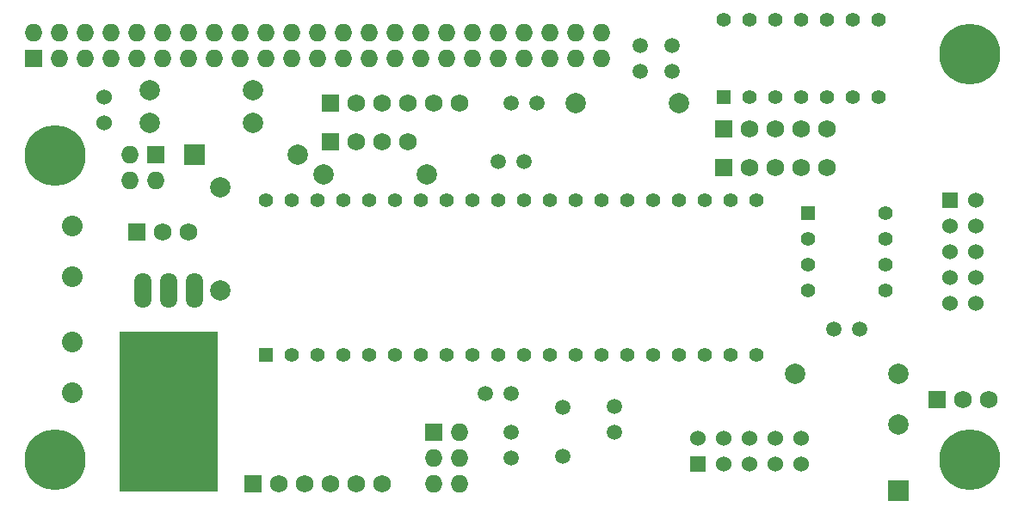
<source format=gts>
%FSLAX36Y36*%
G04 Gerber Fmt 3.6, Leading zero omitted, Abs format (unit inch)*
G04 Created by KiCad (PCBNEW (2014-jul-16 BZR unknown)-product) date Sun 05 Oct 2014 02:20:23 PM PDT*
%MOIN*%
G01*
G04 APERTURE LIST*
%ADD10C,0.003937*%
%ADD11C,0.059100*%
%ADD12C,0.078700*%
%ADD13R,0.078700X0.078700*%
%ADD14C,0.060000*%
%ADD15C,0.236220*%
%ADD16R,0.068000X0.068000*%
%ADD17C,0.068000*%
%ADD18O,0.068000X0.068000*%
%ADD19C,0.080000*%
%ADD20R,0.060000X0.060000*%
%ADD21O,0.066900X0.137800*%
%ADD22R,0.380000X0.620000*%
%ADD23R,0.055000X0.055000*%
%ADD24C,0.055000*%
G04 APERTURE END LIST*
D10*
D11*
X5900000Y-5700000D03*
X5900000Y-5600000D03*
X6300000Y-5500000D03*
X6300000Y-5600000D03*
X5950000Y-4550000D03*
X5850000Y-4550000D03*
X5800000Y-5450000D03*
X5900000Y-5450000D03*
X7250000Y-5200000D03*
X7150000Y-5200000D03*
X6000000Y-4325000D03*
X5900000Y-4325000D03*
X6525000Y-4100000D03*
X6525000Y-4200000D03*
X6400000Y-4200000D03*
X6400000Y-4100000D03*
D12*
X5075000Y-4525000D03*
D13*
X4675000Y-4525000D03*
D14*
X4325000Y-4400000D03*
X4325000Y-4300000D03*
D15*
X4133858Y-4527559D03*
X7677165Y-4133858D03*
X4133858Y-5708661D03*
X7677165Y-5708661D03*
D16*
X7550000Y-5475000D03*
D17*
X7650000Y-5475000D03*
X7750000Y-5475000D03*
D16*
X4525000Y-4525000D03*
D18*
X4525000Y-4625000D03*
X4425000Y-4525000D03*
X4425000Y-4625000D03*
D19*
X4200000Y-4998425D03*
X4200000Y-4801575D03*
X4200000Y-5448425D03*
X4200000Y-5251575D03*
D20*
X7600000Y-4700000D03*
D14*
X7700000Y-4700000D03*
X7600000Y-4800000D03*
X7700000Y-4800000D03*
X7600000Y-4900000D03*
X7700000Y-4900000D03*
X7600000Y-5000000D03*
X7700000Y-5000000D03*
X7600000Y-5100000D03*
X7700000Y-5100000D03*
D16*
X5200000Y-4325000D03*
D17*
X5300000Y-4325000D03*
X5400000Y-4325000D03*
X5500000Y-4325000D03*
X5600000Y-4325000D03*
X5700000Y-4325000D03*
D16*
X4900000Y-5800000D03*
D17*
X5000000Y-5800000D03*
X5100000Y-5800000D03*
X5200000Y-5800000D03*
X5300000Y-5800000D03*
X5400000Y-5800000D03*
D16*
X5600000Y-5600000D03*
D18*
X5700000Y-5600000D03*
X5600000Y-5700000D03*
X5700000Y-5700000D03*
X5600000Y-5800000D03*
X5700000Y-5800000D03*
D16*
X5200000Y-4475000D03*
D17*
X5300000Y-4475000D03*
X5400000Y-4475000D03*
X5500000Y-4475000D03*
D20*
X6625000Y-5725000D03*
D14*
X6625000Y-5625000D03*
X6725000Y-5725000D03*
X6725000Y-5625000D03*
X6825000Y-5725000D03*
X6825000Y-5625000D03*
X6925000Y-5725000D03*
X6925000Y-5625000D03*
X7025000Y-5725000D03*
X7025000Y-5625000D03*
D16*
X4050000Y-4150000D03*
D18*
X4050000Y-4050000D03*
X4150000Y-4150000D03*
X4150000Y-4050000D03*
X4250000Y-4150000D03*
X4250000Y-4050000D03*
X4350000Y-4150000D03*
X4350000Y-4050000D03*
X4450000Y-4150000D03*
X4450000Y-4050000D03*
X4550000Y-4150000D03*
X4550000Y-4050000D03*
X4650000Y-4150000D03*
X4650000Y-4050000D03*
X4750000Y-4150000D03*
X4750000Y-4050000D03*
X4850000Y-4150000D03*
X4850000Y-4050000D03*
X4950000Y-4150000D03*
X4950000Y-4050000D03*
X5050000Y-4150000D03*
X5050000Y-4050000D03*
X5150000Y-4150000D03*
X5150000Y-4050000D03*
X5250000Y-4150000D03*
X5250000Y-4050000D03*
X5350000Y-4150000D03*
X5350000Y-4050000D03*
X5450000Y-4150000D03*
X5450000Y-4050000D03*
X5550000Y-4150000D03*
X5550000Y-4050000D03*
X5650000Y-4150000D03*
X5650000Y-4050000D03*
X5750000Y-4150000D03*
X5750000Y-4050000D03*
X5850000Y-4150000D03*
X5850000Y-4050000D03*
X5950000Y-4150000D03*
X5950000Y-4050000D03*
X6050000Y-4150000D03*
X6050000Y-4050000D03*
X6150000Y-4150000D03*
X6150000Y-4050000D03*
X6250000Y-4150000D03*
X6250000Y-4050000D03*
D21*
X4575000Y-5050000D03*
X4675000Y-5050000D03*
X4475000Y-5050000D03*
D22*
X4575000Y-5520000D03*
D12*
X7000000Y-5375000D03*
X7400000Y-5375000D03*
X4775000Y-4650000D03*
X4775000Y-5050000D03*
X4500000Y-4275000D03*
X4900000Y-4275000D03*
X4500000Y-4400000D03*
X4900000Y-4400000D03*
D13*
X7400000Y-5828000D03*
D12*
X7400000Y-5572000D03*
D23*
X6725000Y-4300000D03*
D24*
X6825000Y-4300000D03*
X6925000Y-4300000D03*
X7025000Y-4300000D03*
X7125000Y-4300000D03*
X7225000Y-4300000D03*
X7325000Y-4300000D03*
X7325000Y-4000000D03*
X7225000Y-4000000D03*
X7125000Y-4000000D03*
X7025000Y-4000000D03*
X6925000Y-4000000D03*
X6825000Y-4000000D03*
X6725000Y-4000000D03*
D23*
X7050000Y-4750000D03*
D24*
X7050000Y-4850000D03*
X7050000Y-4950000D03*
X7050000Y-5050000D03*
X7350000Y-5050000D03*
X7350000Y-4950000D03*
X7350000Y-4850000D03*
X7350000Y-4750000D03*
D23*
X4950000Y-5300000D03*
D24*
X5050000Y-5300000D03*
X5150000Y-5300000D03*
X5250000Y-5300000D03*
X5350000Y-5300000D03*
X5450000Y-5300000D03*
X5550000Y-5300000D03*
X5650000Y-5300000D03*
X5750000Y-5300000D03*
X5850000Y-5300000D03*
X5950000Y-5300000D03*
X6050000Y-5300000D03*
X6150000Y-5300000D03*
X6250000Y-5300000D03*
X6350000Y-5300000D03*
X6450000Y-5300000D03*
X6550000Y-5300000D03*
X6650000Y-5300000D03*
X6750000Y-5300000D03*
X6850000Y-5300000D03*
X6850000Y-4700000D03*
X6750000Y-4700000D03*
X6650000Y-4700000D03*
X6550000Y-4700000D03*
X6450000Y-4700000D03*
X6350000Y-4700000D03*
X6250000Y-4700000D03*
X6150000Y-4700000D03*
X6050000Y-4700000D03*
X5950000Y-4700000D03*
X5850000Y-4700000D03*
X5750000Y-4700000D03*
X5650000Y-4700000D03*
X5550000Y-4700000D03*
X5450000Y-4700000D03*
X5350000Y-4700000D03*
X5250000Y-4700000D03*
X5150000Y-4700000D03*
X5050000Y-4700000D03*
X4950000Y-4700000D03*
D11*
X6100000Y-5696100D03*
X6100000Y-5503900D03*
D16*
X6725000Y-4425000D03*
D17*
X6825000Y-4425000D03*
X6925000Y-4425000D03*
X7025000Y-4425000D03*
X7125000Y-4425000D03*
D12*
X5575000Y-4600000D03*
X5175000Y-4600000D03*
X6150000Y-4325000D03*
X6550000Y-4325000D03*
D16*
X6725000Y-4575000D03*
D17*
X6825000Y-4575000D03*
X6925000Y-4575000D03*
X7025000Y-4575000D03*
X7125000Y-4575000D03*
D16*
X4450000Y-4825000D03*
D17*
X4550000Y-4825000D03*
X4650000Y-4825000D03*
M02*

</source>
